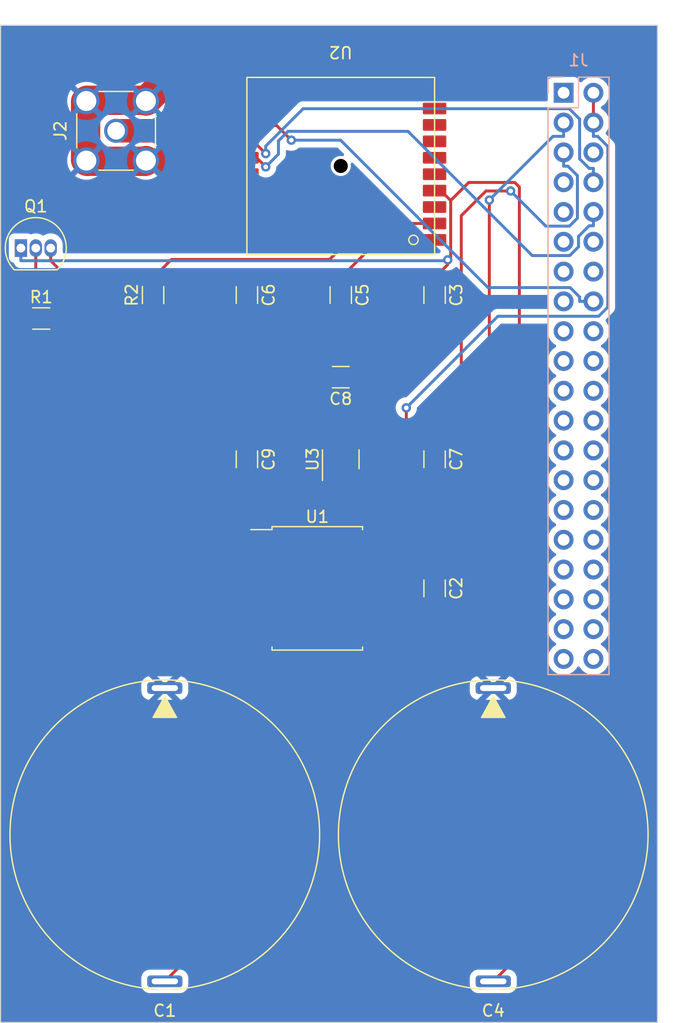
<source format=kicad_pcb>
(kicad_pcb (version 20221018) (generator pcbnew)
  (layers (0 "F.Cu" signal) (31 "B.Cu" signal) (34 "B.Paste" user) (35 "F.Paste" user) (36 "B.SilkS" user "B.Silkscreen") (37 "F.SilkS" user "F.Silkscreen") (38 "B.Mask" user) (39 "F.Mask" user) (44 "Edge.Cuts" user))
  (net 0 "")
  (net 1 "+3.3V")
  (net 2 "GND")
  (net 3 "+5V")
  (net 4 "Net-(U3-BP)")
  (net 6 "/RTC_SDA")
  (net 7 "/RTC_SCL")
  (net 9 "/GPS_RX")
  (net 11 "/GPS_TX")
  (net 17 "/GPS_PPS")
  (net 42 "/EXT_ANT")
  (net 43 "Net-(Q1-G)")
  (net 56 "Net-(Q1-S)")
  (net 57 "Net-(U2-NRESET)")
  (footprint "Capacitor_SMD:C_1206_3216Metric" (layer "F.Cu") (at 202 108 -90)
    (fp_text reference "C2" (at 0 -1.85 90) (layer "F.SilkS"))
    (fp_text value "0.1u")
    (fp_line (start -0.711252 -0.91) (end 0.711252 -0.91) (stroke (width 0.12)) (layer "F.SilkS"))
    (fp_line (start -0.711252 0.91) (end 0.711252 0.91) (stroke (width 0.12)) (layer "F.SilkS"))
    (pad "1" smd roundrect (at -1.475 0 270) (size 1.15 1.8) (layers "F.Cu" "F.Paste" "F.Mask") (roundrect_rratio 0.217391) (net 1 "+3.3V"))
    (pad "2" smd roundrect (at 1.475 0 270) (size 1.15 1.8) (layers "F.Cu" "F.Paste" "F.Mask") (roundrect_rratio 0.217391) (net 2 "GND"))
  )
  (footprint "Resistor_SMD:R_1206_3216Metric" (layer "F.Cu") (at 168.4625 85)
    (fp_text reference "R1" (at 0 -1.82) (layer "F.SilkS"))
    (fp_text value "10k")
    (fp_line (start -0.727064 -0.91) (end 0.727064 -0.91) (stroke (width 0.12)) (layer "F.SilkS"))
    (fp_line (start -0.727064 0.91) (end 0.727064 0.91) (stroke (width 0.12)) (layer "F.SilkS"))
    (pad "1" smd roundrect (at -1.4625 0) (size 1.125 1.75) (layers "F.Cu" "F.Paste" "F.Mask") (roundrect_rratio 0.222222) (net 43 "Net-(Q1-G)"))
    (pad "2" smd roundrect (at 1.4625 0) (size 1.125 1.75) (layers "F.Cu" "F.Paste" "F.Mask") (roundrect_rratio 0.222222) (net 1 "+3.3V"))
  )
  (footprint "GPS TCXO Hat:Type-H Supercapacitor" (layer "F.Cu") (at 207 129 90)
    (fp_text reference "C4" (at -15 0 unlocked) (layer "F.SilkS"))
    (fp_text value "4F")
    (fp_circle (center 0 0) (end 13.2 0) (stroke (width 0.12)) (fill none) (layer "F.SilkS"))
    (fp_poly (pts (xy 11.8 0) (xy 10 -1) (xy 10 1)) (stroke (width 0.12)) (fill solid) (layer "F.SilkS"))
    (pad "1" thru_hole roundrect (at -12.5 0 90) (size 1 3) (drill oval 0.5 2.25) (layers "*.Cu" "*.Mask") (net 56 "Net-(Q1-S)"))
    (pad "2" thru_hole roundrect (at 12.5 0 90) (size 1 3) (drill oval 0.5 2.25) (layers "*.Cu" "*.Mask") (net 2 "GND"))
  )
  (footprint "Capacitor_SMD:C_1206_3216Metric" (layer "F.Cu") (at 186 83 -90)
    (fp_text reference "C6" (at 0 -1.85 90) (layer "F.SilkS"))
    (fp_text value "1u")
    (fp_line (start -0.711252 -0.91) (end 0.711252 -0.91) (stroke (width 0.12)) (layer "F.SilkS"))
    (fp_line (start -0.711252 0.91) (end 0.711252 0.91) (stroke (width 0.12)) (layer "F.SilkS"))
    (pad "1" smd roundrect (at -1.475 0 270) (size 1.15 1.8) (layers "F.Cu" "F.Paste" "F.Mask") (roundrect_rratio 0.217391) (net 1 "+3.3V"))
    (pad "2" smd roundrect (at 1.475 0 270) (size 1.15 1.8) (layers "F.Cu" "F.Paste" "F.Mask") (roundrect_rratio 0.217391) (net 2 "GND"))
  )
  (footprint "Capacitor_SMD:C_1206_3216Metric" (layer "F.Cu") (at 202 97 -90)
    (fp_text reference "C7" (at 0 -1.85 90) (layer "F.SilkS"))
    (fp_text value "2.2n")
    (fp_line (start -0.711252 -0.91) (end 0.711252 -0.91) (stroke (width 0.12)) (layer "F.SilkS"))
    (fp_line (start -0.711252 0.91) (end 0.711252 0.91) (stroke (width 0.12)) (layer "F.SilkS"))
    (pad "1" smd roundrect (at -1.475 0 270) (size 1.15 1.8) (layers "F.Cu" "F.Paste" "F.Mask") (roundrect_rratio 0.217391) (net 3 "+5V"))
    (pad "2" smd roundrect (at 1.475 0 270) (size 1.15 1.8) (layers "F.Cu" "F.Paste" "F.Mask") (roundrect_rratio 0.217391) (net 2 "GND"))
  )
  (footprint "Connector_Coaxial:SMA_Amphenol_901-144_Vertical" (layer "F.Cu") (at 174.85 69 90)
    (fp_text reference "J2" (at 0 -4.75 90) (layer "F.SilkS"))
    (fp_text value "Conn_Coaxial")
    (fp_line (start -3.355 -1.45) (end -3.355 1.45) (stroke (width 0.12)) (layer "F.SilkS"))
    (fp_line (start -1.45 -3.355) (end 1.45 -3.355) (stroke (width 0.12)) (layer "F.SilkS"))
    (fp_line (start -1.45 3.355) (end 1.45 3.355) (stroke (width 0.12)) (layer "F.SilkS"))
    (fp_line (start 3.355 -1.45) (end 3.355 1.45) (stroke (width 0.12)) (layer "F.SilkS"))
    (pad "1" thru_hole circle (at 0 0 90) (size 2.05 2.05) (drill 1.5) (layers "*.Cu" "*.Mask") (net 42 "/EXT_ANT"))
    (pad "2" thru_hole circle (at -2.54 -2.54 90) (size 2.25 2.25) (drill 1.7) (layers "*.Cu" "*.Mask") (net 2 "GND"))
    (pad "2" thru_hole circle (at -2.54 2.54 90) (size 2.25 2.25) (drill 1.7) (layers "*.Cu" "*.Mask") (net 2 "GND"))
    (pad "2" thru_hole circle (at 2.54 -2.54 90) (size 2.25 2.25) (drill 1.7) (layers "*.Cu" "*.Mask") (net 2 "GND"))
    (pad "2" thru_hole circle (at 2.54 2.54 90) (size 2.25 2.25) (drill 1.7) (layers "*.Cu" "*.Mask") (net 2 "GND"))
  )
  (footprint "Capacitor_SMD:C_1206_3216Metric" (layer "F.Cu") (at 202 83 -90)
    (fp_text reference "C3" (at 0 -1.85 90) (layer "F.SilkS"))
    (fp_text value "1u")
    (fp_line (start -0.711252 -0.91) (end 0.711252 -0.91) (stroke (width 0.12)) (layer "F.SilkS"))
    (fp_line (start -0.711252 0.91) (end 0.711252 0.91) (stroke (width 0.12)) (layer "F.SilkS"))
    (pad "1" smd roundrect (at -1.475 0 270) (size 1.15 1.8) (layers "F.Cu" "F.Paste" "F.Mask") (roundrect_rratio 0.217391) (net 56 "Net-(Q1-S)"))
    (pad "2" smd roundrect (at 1.475 0 270) (size 1.15 1.8) (layers "F.Cu" "F.Paste" "F.Mask") (roundrect_rratio 0.217391) (net 2 "GND"))
  )
  (footprint "GPS TCXO Hat:Type-H Supercapacitor" (layer "F.Cu") (at 179 129 90)
    (fp_text reference "C1" (at -15 0 unlocked) (layer "F.SilkS"))
    (fp_text value "4F")
    (fp_circle (center 0 0) (end 13.2 0) (stroke (width 0.12)) (fill none) (layer "F.SilkS"))
    (fp_poly (pts (xy 11.8 0) (xy 10 -1) (xy 10 1)) (stroke (width 0.12)) (fill solid) (layer "F.SilkS"))
    (pad "1" thru_hole roundrect (at -12.5 0 90) (size 1 3) (drill oval 0.5 2.25) (layers "*.Cu" "*.Mask") (net 1 "+3.3V"))
    (pad "2" thru_hole roundrect (at 12.5 0 90) (size 1 3) (drill oval 0.5 2.25) (layers "*.Cu" "*.Mask") (net 2 "GND"))
  )
  (footprint "GPS TCXO Hat:PA1616D" (layer "F.Cu") (at 194 72 180)
    (fp_text reference "U2" (at 0 9.7 180 unlocked) (layer "F.SilkS"))
    (fp_text value "PA1616D")
    (fp_rect (start -8 -7.55) (end 8 7.55) (stroke (width 0.12)) (fill none) (layer "F.SilkS"))
    (fp_circle (center -6.2 -6.3) (end -6.2 -5.9) (stroke (width 0.12)) (fill none) (layer "F.SilkS"))
    (pad "" np_thru_hole circle (at 0 0 180) (size 1.2 1.2) (drill 1.2) (layers "*.Mask"))
    (pad "1" smd roundrect (at -8 -6.3 180) (size 2 1) (layers "F.Cu" "F.Paste" "F.Mask") (roundrect_rratio 0.1) (net 1 "+3.3V"))
    (pad "2" smd roundrect (at -8 -4.9 180) (size 2 1) (layers "F.Cu" "F.Paste" "F.Mask") (roundrect_rratio 0.1) (net 57 "Net-(U2-NRESET)"))
    (pad "3" smd roundrect (at -8 -3.5 180) (size 2 1) (layers "F.Cu" "F.Paste" "F.Mask") (roundrect_rratio 0.1) (net 2 "GND"))
    (pad "4" smd roundrect (at -8 -2.1 180) (size 2 1) (layers "F.Cu" "F.Paste" "F.Mask") (roundrect_rratio 0.1) (net 56 "Net-(Q1-S)"))
    (pad "5" smd roundrect (at -8 -0.7 180) (size 2 1) (layers "F.Cu" "F.Paste" "F.Mask") (roundrect_rratio 0.1))
    (pad "6" smd roundrect (at -8 0.7 180) (size 2 1) (layers "F.Cu" "F.Paste" "F.Mask") (roundrect_rratio 0.1))
    (pad "7" smd roundrect (at -8 2.1 180) (size 2 1) (layers "F.Cu" "F.Paste" "F.Mask") (roundrect_rratio 0.1))
    (pad "8" smd roundrect (at -8 3.5 180) (size 2 1) (layers "F.Cu" "F.Paste" "F.Mask") (roundrect_rratio 0.1) (net 2 "GND"))
    (pad "9" smd roundrect (at -8 4.9 180) (size 2 1) (layers "F.Cu" "F.Paste" "F.Mask") (roundrect_rratio 0.1))
    (pad "10" smd roundrect (at -8 6.3 180) (size 2 1) (layers "F.Cu" "F.Paste" "F.Mask") (roundrect_rratio 0.1))
    (pad "11" smd roundrect (at 8 6.3 180) (size 2 1) (layers "F.Cu" "F.Paste" "F.Mask") (roundrect_rratio 0.1) (net 42 "/EXT_ANT"))
    (pad "12" smd roundrect (at 8 4.9 180) (size 2 1) (layers "F.Cu" "F.Paste" "F.Mask") (roundrect_rratio 0.1) (net 2 "GND"))
    (pad "13" smd roundrect (at 8 3.5 180) (size 2 1) (layers "F.Cu" "F.Paste" "F.Mask") (roundrect_rratio 0.1) (net 17 "/GPS_PPS"))
    (pad "14" smd roundrect (at 8 2.1 180) (size 2 1) (layers "F.Cu" "F.Paste" "F.Mask") (roundrect_rratio 0.1) (net 9 "/GPS_RX"))
    (pad "15" smd roundrect (at 8 0.7 180) (size 2 1) (layers "F.Cu" "F.Paste" "F.Mask") (roundrect_rratio 0.1) (net 11 "/GPS_TX"))
    (pad "16" smd roundrect (at 8 -0.7 180) (size 2 1) (layers "F.Cu" "F.Paste" "F.Mask") (roundrect_rratio 0.1))
    (pad "17" smd roundrect (at 8 -2.1 180) (size 2 1) (layers "F.Cu" "F.Paste" "F.Mask") (roundrect_rratio 0.1))
    (pad "18" smd roundrect (at 8 -3.5 180) (size 2 1) (layers "F.Cu" "F.Paste" "F.Mask") (roundrect_rratio 0.1))
    (pad "19" smd roundrect (at 8 -4.9 180) (size 2 1) (layers "F.Cu" "F.Paste" "F.Mask") (roundrect_rratio 0.1) (net 2 "GND"))
    (pad "20" smd roundrect (at 8 -6.3 180) (size 2 1) (layers "F.Cu" "F.Paste" "F.Mask") (roundrect_rratio 0.1))
  )
  (footprint "Capacitor_SMD:C_1206_3216Metric" (layer "F.Cu") (at 186 97 -90)
    (fp_text reference "C9" (at 0 -1.85 90) (layer "F.SilkS"))
    (fp_text value "1u")
    (fp_line (start -0.711252 -0.91) (end 0.711252 -0.91) (stroke (width 0.12)) (layer "F.SilkS"))
    (fp_line (start -0.711252 0.91) (end 0.711252 0.91) (stroke (width 0.12)) (layer "F.SilkS"))
    (pad "1" smd roundrect (at -1.475 0 270) (size 1.15 1.8) (layers "F.Cu" "F.Paste" "F.Mask") (roundrect_rratio 0.217391) (net 1 "+3.3V"))
    (pad "2" smd roundrect (at 1.475 0 270) (size 1.15 1.8) (layers "F.Cu" "F.Paste" "F.Mask") (roundrect_rratio 0.217391) (net 2 "GND"))
  )
  (footprint "Capacitor_SMD:C_1206_3216Metric" (layer "F.Cu") (at 194 90 180)
    (fp_text reference "C8" (at 0 -1.85) (layer "F.SilkS"))
    (fp_text value "22n")
    (fp_line (start -0.711252 -0.91) (end 0.711252 -0.91) (stroke (width 0.12)) (layer "F.SilkS"))
    (fp_line (start -0.711252 0.91) (end 0.711252 0.91) (stroke (width 0.12)) (layer "F.SilkS"))
    (pad "1" smd roundrect (at -1.475 0 180) (size 1.15 1.8) (layers "F.Cu" "F.Paste" "F.Mask") (roundrect_rratio 0.217391) (net 4 "Net-(U3-BP)"))
    (pad "2" smd roundrect (at 1.475 0 180) (size 1.15 1.8) (layers "F.Cu" "F.Paste" "F.Mask") (roundrect_rratio 0.217391) (net 2 "GND"))
  )
  (footprint "Resistor_SMD:R_1206_3216Metric" (layer "F.Cu") (at 178 83 90)
    (fp_text reference "R2" (at 0 -1.82 90) (layer "F.SilkS"))
    (fp_text value "10k")
    (fp_line (start -0.727064 -0.91) (end 0.727064 -0.91) (stroke (width 0.12)) (layer "F.SilkS"))
    (fp_line (start -0.727064 0.91) (end 0.727064 0.91) (stroke (width 0.12)) (layer "F.SilkS"))
    (pad "1" smd roundrect (at -1.4625 0 90) (size 1.125 1.75) (layers "F.Cu" "F.Paste" "F.Mask") (roundrect_rratio 0.222222) (net 1 "+3.3V"))
    (pad "2" smd roundrect (at 1.4625 0 90) (size 1.125 1.75) (layers "F.Cu" "F.Paste" "F.Mask") (roundrect_rratio 0.222222) (net 57 "Net-(U2-NRESET)"))
  )
  (footprint "Package_SO:SOIC-16W_7.5x10.3mm_P1.27mm" (layer "F.Cu") (at 192 108)
    (fp_text reference "U1" (at 0 -6.1) (layer "F.SilkS"))
    (fp_text value "DS3231SN")
    (fp_line (start -3.86 -5.26) (end -3.86 -5.005) (stroke (width 0.12)) (layer "F.SilkS"))
    (fp_line (start -3.86 -5.005) (end -5.675 -5.005) (stroke (width 0.12)) (layer "F.SilkS"))
    (fp_line (start -3.86 5.26) (end -3.86 5.005) (stroke (width 0.12)) (layer "F.SilkS"))
    (fp_line (start 0 -5.26) (end -3.86 -5.26) (stroke (width 0.12)) (layer "F.SilkS"))
    (fp_line (start 0 -5.26) (end 3.86 -5.26) (stroke (width 0.12)) (layer "F.SilkS"))
    (fp_line (start 0 5.26) (end -3.86 5.26) (stroke (width 0.12)) (layer "F.SilkS"))
    (fp_line (start 0 5.26) (end 3.86 5.26) (stroke (width 0.12)) (layer "F.SilkS"))
    (fp_line (start 3.86 -5.26) (end 3.86 -5.005) (stroke (width 0.12)) (layer "F.SilkS"))
    (fp_line (start 3.86 5.26) (end 3.86 5.005) (stroke (width 0.12)) (layer "F.SilkS"))
    (pad "1" smd roundrect (at -4.65 -4.445) (size 2.05 0.6) (layers "F.Cu" "F.Paste" "F.Mask"))
    (pad "2" smd roundrect (at -4.65 -3.175) (size 2.05 0.6) (layers "F.Cu" "F.Paste" "F.Mask") (net 2 "GND"))
    (pad "3" smd roundrect (at -4.65 -1.905) (size 2.05 0.6) (layers "F.Cu" "F.Paste" "F.Mask"))
    (pad "4" smd roundrect (at -4.65 -0.635) (size 2.05 0.6) (layers "F.Cu" "F.Paste" "F.Mask"))
    (pad "5" smd roundrect (at -4.65 0.635) (size 2.05 0.6) (layers "F.Cu" "F.Paste" "F.Mask") (net 2 "GND"))
    (pad "6" smd roundrect (at -4.65 1.905) (size 2.05 0.6) (layers "F.Cu" "F.Paste" "F.Mask") (net 2 "GND"))
    (pad "7" smd roundrect (at -4.65 3.175) (size 2.05 0.6) (layers "F.Cu" "F.Paste" "F.Mask") (net 2 "GND"))
    (pad "8" smd roundrect (at -4.65 4.445) (size 2.05 0.6) (layers "F.Cu" "F.Paste" "F.Mask") (net 2 "GND"))
    (pad "9" smd roundrect (at 4.65 4.445) (size 2.05 0.6) (layers "F.Cu" "F.Paste" "F.Mask") (net 2 "GND"))
    (pad "10" smd roundrect (at 4.65 3.175) (size 2.05 0.6) (layers "F.Cu" "F.Paste" "F.Mask") (net 2 "GND"))
    (pad "11" smd roundrect (at 4.65 1.905) (size 2.05 0.6) (layers "F.Cu" "F.Paste" "F.Mask") (net 2 "GND"))
    (pad "12" smd roundrect (at 4.65 0.635) (size 2.05 0.6) (layers "F.Cu" "F.Paste" "F.Mask") (net 2 "GND"))
    (pad "13" smd roundrect (at 4.65 -0.635) (size 2.05 0.6) (layers "F.Cu" "F.Paste" "F.Mask") (net 2 "GND"))
    (pad "14" smd roundrect (at 4.65 -1.905) (size 2.05 0.6) (layers "F.Cu" "F.Paste" "F.Mask") (net 1 "+3.3V"))
    (pad "15" smd roundrect (at 4.65 -3.175) (size 2.05 0.6) (layers "F.Cu" "F.Paste" "F.Mask") (net 6 "/RTC_SDA"))
    (pad "16" smd roundrect (at 4.65 -4.445) (size 2.05 0.6) (layers "F.Cu" "F.Paste" "F.Mask") (net 7 "/RTC_SCL"))
  )
  (footprint "Capacitor_SMD:C_1206_3216Metric" (layer "F.Cu") (at 194 83 -90)
    (fp_text reference "C5" (at 0 -1.85 90) (layer "F.SilkS"))
    (fp_text value "0.1u")
    (fp_line (start -0.711252 -0.91) (end 0.711252 -0.91) (stroke (width 0.12)) (layer "F.SilkS"))
    (fp_line (start -0.711252 0.91) (end 0.711252 0.91) (stroke (width 0.12)) (layer "F.SilkS"))
    (pad "1" smd roundrect (at -1.475 0 270) (size 1.15 1.8) (layers "F.Cu" "F.Paste" "F.Mask") (roundrect_rratio 0.217391) (net 1 "+3.3V"))
    (pad "2" smd roundrect (at 1.475 0 270) (size 1.15 1.8) (layers "F.Cu" "F.Paste" "F.Mask") (roundrect_rratio 0.217391) (net 2 "GND"))
  )
  (footprint "Package_TO_SOT_SMD:SOT-23-5" (layer "F.Cu") (at 194 97 90)
    (fp_text reference "U3" (at 0 -2.4 90) (layer "F.SilkS"))
    (fp_text value "RT9193-33BG")
    (fp_line (start 0 -1.56) (end -1.8 -1.56) (stroke (width 0.12)) (layer "F.SilkS"))
    (fp_line (start 0 -1.56) (end 0.8 -1.56) (stroke (width 0.12)) (layer "F.SilkS"))
    (fp_line (start 0 1.56) (end -0.8 1.56) (stroke (width 0.12)) (layer "F.SilkS"))
    (fp_line (start 0 1.56) (end 0.8 1.56) (stroke (width 0.12)) (layer "F.SilkS"))
    (pad "1" smd roundrect (at -1.1375 -0.95 90) (size 1.325 0.6) (layers "F.Cu" "F.Paste" "F.Mask") (net 3 "+5V"))
    (pad "2" smd roundrect (at -1.1375 0 90) (size 1.325 0.6) (layers "F.Cu" "F.Paste" "F.Mask") (net 2 "GND"))
    (pad "3" smd roundrect (at -1.1375 0.95 90) (size 1.325 0.6) (layers "F.Cu" "F.Paste" "F.Mask") (net 3 "+5V"))
    (pad "4" smd roundrect (at 1.1375 0.95 90) (size 1.325 0.6) (layers "F.Cu" "F.Paste" "F.Mask") (net 4 "Net-(U3-BP)"))
    (pad "5" smd roundrect (at 1.1375 -0.95 90) (size 1.325 0.6) (layers "F.Cu" "F.Paste" "F.Mask") (net 1 "+3.3V"))
  )
  (footprint "Package_TO_SOT_THT:TO-92_Inline" (layer "F.Cu") (at 166.73 79)
    (fp_text reference "Q1" (at 1.27 -3.56) (layer "F.SilkS"))
    (fp_text value "2N7000")
    (fp_line (start -0.53 1.85) (end 3.07 1.85) (stroke (width 0.12)) (layer "F.SilkS"))
    (fp_arc (start -0.568478 1.838478) (mid -1.132087 -0.994977) (end 1.27 -2.6) (stroke (width 0.12)) (layer "F.SilkS"))
    (fp_arc (start 1.27 -2.6) (mid 3.672087 -0.994977) (end 3.108478 1.838478) (stroke (width 0.12)) (layer "F.SilkS"))
    (pad "1" thru_hole rect (at 0 0) (size 1.05 1.5) (drill 0.75) (layers "*.Cu" "*.Mask") (net 56 "Net-(Q1-S)"))
    (pad "2" thru_hole oval (at 1.27 0) (size 1.05 1.5) (drill 0.75) (layers "*.Cu" "*.Mask") (net 43 "Net-(Q1-G)"))
    (pad "3" thru_hole oval (at 2.54 0) (size 1.05 1.5) (drill 0.75) (layers "*.Cu" "*.Mask") (net 1 "+3.3V"))
  )
  (footprint "Connector_PinSocket_2.54mm:PinSocket_2x20_P2.54mm_Vertical" (layer "B.Cu") (at 213 65.76 180)
    (fp_text reference "J1" (at -1.27 2.77) (layer "B.SilkS") (effects (justify mirror)))
    (fp_text value "Conn_02x20_Odd_Even")
    (fp_line (start -3.87 -49.59) (end 1.33 -49.59) (stroke (width 0.12)) (layer "B.SilkS"))
    (fp_line (start -3.87 1.33) (end -3.87 -49.59) (stroke (width 0.12)) (layer "B.SilkS"))
    (fp_line (start -3.87 1.33) (end -1.27 1.33) (stroke (width 0.12)) (layer "B.SilkS"))
    (fp_line (start -1.27 -1.27) (end 1.33 -1.27) (stroke (width 0.12)) (layer "B.SilkS"))
    (fp_line (start -1.27 1.33) (end -1.27 -1.27) (stroke (width 0.12)) (layer "B.SilkS"))
    (fp_line (start 0 1.33) (end 1.33 1.33) (stroke (width 0.12)) (layer "B.SilkS"))
    (fp_line (start 1.33 -1.27) (end 1.33 -49.59) (stroke (width 0.12)) (layer "B.SilkS"))
    (fp_line (start 1.33 1.33) (end 1.33 0) (stroke (width 0.12)) (layer "B.SilkS"))
    (pad "1" thru_hole rect (at 0 0 180) (size 1.7 1.7) (drill 1) (layers "*.Cu" "*.Mask"))
    (pad "2" thru_hole oval (at -2.54 0 180) (size 1.7 1.7) (drill 1) (layers "*.Cu" "*.Mask") (net 3 "+5V"))
    (pad "3" thru_hole oval (at 0 -2.54 180) (size 1.7 1.7) (drill 1) (layers "*.Cu" "*.Mask") (net 6 "/RTC_SDA"))
    (pad "4" thru_hole oval (at -2.54 -2.54 180) (size 1.7 1.7) (drill 1) (layers "*.Cu" "*.Mask") (net 3 "+5V"))
    (pad "5" thru_hole oval (at 0 -5.08 180) (size 1.7 1.7) (drill 1) (layers "*.Cu" "*.Mask") (net 7 "/RTC_SCL"))
    (pad "6" thru_hole oval (at -2.54 -5.08 180) (size 1.7 1.7) (drill 1) (layers "*.Cu" "*.Mask") (net 2 "GND"))
    (pad "7" thru_hole oval (at 0 -7.62 180) (size 1.7 1.7) (drill 1) (layers "*.Cu" "*.Mask"))
    (pad "8" thru_hole oval (at -2.54 -7.62 180) (size 1.7 1.7) (drill 1) (layers "*.Cu" "*.Mask") (net 9 "/GPS_RX"))
    (pad "9" thru_hole oval (at 0 -10.16 180) (size 1.7 1.7) (drill 1) (layers "*.Cu" "*.Mask"))
    (pad "10" thru_hole oval (at -2.54 -10.16 180) (size 1.7 1.7) (drill 1) (layers "*.Cu" "*.Mask") (net 11 "/GPS_TX"))
    (pad "11" thru_hole oval (at 0 -12.7 180) (size 1.7 1.7) (drill 1) (layers "*.Cu" "*.Mask"))
    (pad "12" thru_hole oval (at -2.54 -12.7 180) (size 1.7 1.7) (drill 1) (layers "*.Cu" "*.Mask"))
    (pad "13" thru_hole oval (at 0 -15.24 180) (size 1.7 1.7) (drill 1) (layers "*.Cu" "*.Mask"))
    (pad "14" thru_hole oval (at -2.54 -15.24 180) (size 1.7 1.7) (drill 1) (layers "*.Cu" "*.Mask"))
    (pad "15" thru_hole oval (at 0 -17.78 180) (size 1.7 1.7) (drill 1) (layers "*.Cu" "*.Mask"))
    (pad "16" thru_hole oval (at -2.54 -17.78 180) (size 1.7 1.7) (drill 1) (layers "*.Cu" "*.Mask") (net 17 "/GPS_PPS"))
    (pad "17" thru_hole oval (at 0 -20.32 180) (size 1.7 1.7) (drill 1) (layers "*.Cu" "*.Mask"))
    (pad "18" thru_hole oval (at -2.54 -20.32 180) (size 1.7 1.7) (drill 1) (layers "*.Cu" "*.Mask"))
    (pad "19" thru_hole oval (at 0 -22.86 180) (size 1.7 1.7) (drill 1) (layers "*.Cu" "*.Mask"))
    (pad "20" thru_hole oval (at -2.54 -22.86 180) (size 1.7 1.7) (drill 1) (layers "*.Cu" "*.Mask"))
    (pad "21" thru_hole oval (at 0 -25.4 180) (size 1.7 1.7) (drill 1) (layers "*.Cu" "*.Mask"))
    (pad "22" thru_hole oval (at -2.54 -25.4 180) (size 1.7 1.7) (drill 1) (layers "*.Cu" "*.Mask"))
    (pad "23" thru_hole oval (at 0 -27.94 180) (size 1.7 1.7) (drill 1) (layers "*.Cu" "*.Mask"))
    (pad "24" thru_hole oval (at -2.54 -27.94 180) (size 1.7 1.7) (drill 1) (layers "*.Cu" "*.Mask"))
    (pad "25" thru_hole oval (at 0 -30.48 180) (size 1.7 1.7) (drill 1) (layers "*.Cu" "*.Mask"))
    (pad "26" thru_hole oval (at -2.54 -30.48 180) (size 1.7 1.7) (drill 1) (layers "*.Cu" "*.Mask"))
    (pad "27" thru_hole oval (at 0 -33.02 180) (size 1.7 1.7) (drill 1) (layers "*.Cu" "*.Mask"))
    (pad "28" thru_hole oval (at -2.54 -33.02 180) (size 1.7 1.7) (drill 1) (layers "*.Cu" "*.Mask"))
    (pad "29" thru_hole oval (at 0 -35.56 180) (size 1.7 1.7) (drill 1) (layers "*.Cu" "*.Mask"))
    (pad "30" thru_hole oval (at -2.54 -35.56 180) (size 1.7 1.7) (drill 1) (layers "*.Cu" "*.Mask"))
    (pad "31" thru_hole oval (at 0 -38.1 180) (size 1.7 1.7) (drill 1) (layers "*.Cu" "*.Mask"))
    (pad "32" thru_hole oval (at -2.54 -38.1 180) (size 1.7 1.7) (drill 1) (layers "*.Cu" "*.Mask"))
    (pad "33" thru_hole oval (at 0 -40.64 180) (size 1.7 1.7) (drill 1) (layers "*.Cu" "*.Mask"))
    (pad "34" thru_hole oval (at -2.54 -40.64 180) (size 1.7 1.7) (drill 1) (layers "*.Cu" "*.Mask"))
    (pad "35" thru_hole oval (at 0 -43.18 180) (size 1.7 1.7) (drill 1) (layers "*.Cu" "*.Mask"))
    (pad "36" thru_hole oval (at -2.54 -43.18 180) (size 1.7 1.7) (drill 1) (layers "*.Cu" "*.Mask"))
    (pad "37" thru_hole oval (at 0 -45.72 180) (size 1.7 1.7) (drill 1) (layers "*.Cu" "*.Mask"))
    (pad "38" thru_hole oval (at -2.54 -45.72 180) (size 1.7 1.7) (drill 1) (layers "*.Cu" "*.Mask"))
    (pad "39" thru_hole oval (at 0 -48.26 180) (size 1.7 1.7) (drill 1) (layers "*.Cu" "*.Mask"))
    (pad "40" thru_hole oval (at -2.54 -48.26 180) (size 1.7 1.7) (drill 1) (layers "*.Cu" "*.Mask"))
  )
  (gr_rect (start 165 60) (end 221 145) (stroke (width 0.1)) (fill none) (layer "Edge.Cuts"))
  (segment (start 186 95.525) (end 188.3674 95.525) (width 0.25) (layer "F.Cu") (net 1))
  (segment (start 169.925 85) (end 177.4625 85) (width 0.25) (layer "F.Cu") (net 1))
  (segment (start 192.7705 88.0856) (end 193.4482 88.7633) (width 0.25) (layer "F.Cu") (net 1))
  (segment (start 169.27 80.0751) (end 169.925 80.7301) (width 0.25) (layer "F.Cu") (net 1))
  (segment (start 178 84.4625) (end 183.0625 84.4625) (width 0.25) (layer "F.Cu") (net 1))
  (segment (start 197.08 106.525) (end 196.65 106.095) (width 0.25) (layer "F.Cu") (net 1))
  (segment (start 169.925 80.7301) (end 169.925 85) (width 0.25) (layer "F.Cu") (net 1))
  (segment (start 193.4482 95.4643) (end 193.05 95.8625) (width 0.25) (layer "F.Cu") (net 1))
  (segment (start 188.7049 95.8625) (end 188.7049 131.7951) (width 0.25) (layer "F.Cu") (net 1))
  (segment (start 192.408 102.3181) (end 192.408 95.8625) (width 0.25) (layer "F.Cu") (net 1))
  (segment (start 192.408 95.8625) (end 193.05 95.8625) (width 0.25) (layer "F.Cu") (net 1))
  (segment (start 188.3674 95.525) (end 188.7049 95.8625) (width 0.25) (layer "F.Cu") (net 1))
  (segment (start 193.4482 88.7633) (end 193.4482 95.4643) (width 0.25) (layer "F.Cu") (net 1))
  (segment (start 169.27 79) (end 169.27 80.0751) (width 0.25) (layer "F.Cu") (net 1))
  (segment (start 188.7049 131.7951) (end 179 141.5) (width 0.25) (layer "F.Cu") (net 1))
  (segment (start 197.225 78.3) (end 194 81.525) (width 0.25) (layer "F.Cu") (net 1))
  (segment (start 192.408 95.8625) (end 188.7049 95.8625) (width 0.25) (layer "F.Cu") (net 1))
  (segment (start 183.0625 84.4625) (end 186 81.525) (width 0.25) (layer "F.Cu") (net 1))
  (segment (start 196.1849 106.095) (end 192.408 102.3181) (width 0.25) (layer "F.Cu") (net 1))
  (segment (start 186.6147 82.1397) (end 186 81.525) (width 0.25) (layer "F.Cu") (net 1))
  (segment (start 196.65 106.095) (end 196.1849 106.095) (width 0.25) (layer "F.Cu") (net 1))
  (segment (start 192.7705 82.1397) (end 186.6147 82.1397) (width 0.25) (layer "F.Cu") (net 1))
  (segment (start 202 78.3) (end 197.225 78.3) (width 0.25) (layer "F.Cu") (net 1))
  (segment (start 193.3853 82.1397) (end 192.7705 82.1397) (width 0.25) (layer "F.Cu") (net 1))
  (segment (start 202 106.525) (end 197.08 106.525) (width 0.25) (layer "F.Cu") (net 1))
  (segment (start 194 81.525) (end 193.3853 82.1397) (width 0.25) (layer "F.Cu") (net 1))
  (segment (start 192.7705 82.1397) (end 192.7705 88.0856) (width 0.25) (layer "F.Cu") (net 1))
  (segment (start 177.4625 85) (end 178 84.4625) (width 0.25) (layer "F.Cu") (net 1))
  (segment (start 188.092 67.1) (end 186 67.1) (width 1) (layer "F.Cu") (net 2))
  (segment (start 172.37 71.6) (end 177.33 71.6) (width 2.5) (layer "F.Cu") (net 2))
  (segment (start 177.33 66.4) (end 177.39 66.46) (width 2.5) (layer "F.Cu") (net 2))
  (segment (start 172.31 71.54) (end 172.37 71.6) (width 2.5) (layer "F.Cu") (net 2))
  (segment (start 186.792 63) (end 188.45 64.658) (width 2.5) (layer "F.Cu") (net 2))
  (segment (start 172.25 66.52) (end 172.25 71.48) (width 2.5) (layer "F.Cu") (net 2))
  (segment (start 184.008 68) (end 184 68) (width 1) (layer "F.Cu") (net 2))
  (segment (start 188.45 64.658) (end 188.45 66.742) (width 2.5) (layer "F.Cu") (net 2))
  (segment (start 186 67.1) (end 184.908 67.1) (width 1) (layer "F.Cu") (net 2))
  (segment (start 183 69) (end 180.46 71.54) (width 2) (layer "F.Cu") (net 2))
  (segment (start 188.45 66.742) (end 188.35 66.842) (width 2.5) (layer "F.Cu") (net 2))
  (segment (start 184 68) (end 183 69) (width 1.5) (layer "F.Cu") (net 2))
  (segment (start 172.31 66.46) (end 172.37 66.4) (width 2.5) (layer "F.Cu") (net 2))
  (segment (start 172.25 71.48) (end 172.31 71.54) (width 2.5) (layer "F.Cu") (net 2))
  (segment (start 172.31 66.46) (end 172.25 66.52) (width 2.5) (layer "F.Cu") (net 2))
  (segment (start 172.37 66.4) (end 177.33 66.4) (width 2.5) (layer "F.Cu") (net 2))
  (segment (start 177.33 71.6) (end 177.39 71.54) (width 2.5) (layer "F.Cu") (net 2))
  (segment (start 188.35 66.842) (end 188.092 67.1) (width 1) (layer "F.Cu") (net 2))
  (segment (start 184.908 67.1) (end 184.008 68) (width 1) (layer "F.Cu") (net 2))
  (segment (start 180.46 71.54) (end 177.39 71.54) (width 2) (layer "F.Cu") (net 2))
  (segment (start 177.39 66.46) (end 180.85 63) (width 2.5) (layer "F.Cu") (net 2))
  (segment (start 180.85 63) (end 186.792 63) (width 2.5) (layer "F.Cu") (net 2))
  (segment (start 193.6614 97.1174) (end 194.3183 97.1174) (width 0.25) (layer "F.Cu") (net 3))
  (segment (start 193.05 98.1375) (end 193.05 97.7288) (width 0.25) (layer "F.Cu") (net 3))
  (segment (start 194.3183 97.1174) (end 194.95 97.7491) (width 0.25) (layer "F.Cu") (net 3))
  (segment (start 193.05 97.7288) (end 193.6614 97.1174) (width 0.25) (layer "F.Cu") (net 3))
  (segment (start 202 95.525) (end 199.5871 95.525) (width 0.25) (layer "F.Cu") (net 3))
  (segment (start 215.54 68.3) (end 215.54 65.76) (width 0.25) (layer "F.Cu") (net 3))
  (segment (start 199.5871 95.525) (end 199.5871 92.6157) (width 0.25) (layer "F.Cu") (net 3))
  (segment (start 197.1741 95.525) (end 194.95 97.7491) (width 0.25) (layer "F.Cu") (net 3))
  (segment (start 199.5871 95.525) (end 197.1741 95.525) (width 0.25) (layer "F.Cu") (net 3))
  (segment (start 194.95 97.7491) (end 194.95 98.1375) (width 0.25) (layer "F.Cu") (net 3))
  (via (at 199.5871 92.6157) (size 0.8) (drill 0.4) (layers "F.Cu" "B.Cu") (net 3))
  (segment (start 215.54 68.3) (end 215.54 69.4751) (width 0.25) (layer "B.Cu") (net 3))
  (segment (start 216.7638 70.3317) (end 216.7638 84.0331) (width 0.25) (layer "B.Cu") (net 3))
  (segment (start 215.9869 84.81) (end 207.3928 84.81) (width 0.25) (layer "B.Cu") (net 3))
  (segment (start 215.54 69.4751) (end 215.9072 69.4751) (width 0.25) (layer "B.Cu") (net 3))
  (segment (start 207.3928 84.81) (end 199.5871 92.6157) (width 0.25) (layer "B.Cu") (net 3))
  (segment (start 216.7638 84.0331) (end 215.9869 84.81) (width 0.25) (layer "B.Cu") (net 3))
  (segment (start 215.9072 69.4751) (end 216.7638 70.3317) (width 0.25) (layer "B.Cu") (net 3))
  (segment (start 194.95 90.525) (end 194.95 95.8625) (width 0.25) (layer "F.Cu") (net 4))
  (segment (start 195.475 90) (end 194.95 90.525) (width 0.25) (layer "F.Cu") (net 4))
  (segment (start 206.6655 95.6081) (end 197.4486 104.825) (width 0.25) (layer "F.Cu") (net 6))
  (segment (start 206.6655 74.9019) (end 206.6655 95.6081) (width 0.25) (layer "F.Cu") (net 6))
  (segment (start 197.4486 104.825) (end 196.65 104.825) (width 0.25) (layer "F.Cu") (net 6))
  (via (at 206.6655 74.9019) (size 0.8) (drill 0.4) (layers "F.Cu" "B.Cu") (net 6))
  (segment (start 212.0923 69.4751) (end 206.6655 74.9019) (width 0.25) (layer "B.Cu") (net 6))
  (segment (start 213 69.4751) (end 212.0923 69.4751) (width 0.25) (layer "B.Cu") (net 6))
  (segment (start 213 68.3) (end 213 69.4751) (width 0.25) (layer "B.Cu") (net 6))
  (segment (start 202.3152 97) (end 201.6408 97) (width 0.25) (layer "F.Cu") (net 7))
  (segment (start 196.65 101.9908) (end 196.65 103.555) (width 0.25) (layer "F.Cu") (net 7))
  (segment (start 206.38 74.1307) (end 204.2748 76.2359) (width 0.25) (layer "F.Cu") (net 7))
  (segment (start 204.2748 76.2359) (end 204.2748 95.0404) (width 0.25) (layer "F.Cu") (net 7))
  (segment (start 208.4827 74.1307) (end 206.38 74.1307) (width 0.25) (layer "F.Cu") (net 7))
  (segment (start 201.6408 97) (end 196.65 101.9908) (width 0.25) (layer "F.Cu") (net 7))
  (segment (start 204.2748 95.0404) (end 202.3152 97) (width 0.25) (layer "F.Cu") (net 7))
  (via (at 208.4827 74.1307) (size 0.8) (drill 0.4) (layers "F.Cu" "B.Cu") (net 7))
  (segment (start 213.4949 77.126) (end 211.478 77.126) (width 0.25) (layer "B.Cu") (net 7))
  (segment (start 214.1752 76.4457) (end 213.4949 77.126) (width 0.25) (layer "B.Cu") (net 7))
  (segment (start 213.3672 72.0151) (end 214.1752 72.8231) (width 0.25) (layer "B.Cu") (net 7))
  (segment (start 214.1752 72.8231) (end 214.1752 76.4457) (width 0.25) (layer "B.Cu") (net 7))
  (segment (start 213 70.84) (end 213 72.0151) (width 0.25) (layer "B.Cu") (net 7))
  (segment (start 213 72.0151) (end 213.3672 72.0151) (width 0.25) (layer "B.Cu") (net 7))
  (segment (start 211.478 77.126) (end 208.4827 74.1307) (width 0.25) (layer "B.Cu") (net 7))
  (segment (start 187.603 70.9457) (end 186.5573 69.9) (width 0.25) (layer "F.Cu") (net 9))
  (segment (start 186.5573 69.9) (end 186 69.9) (width 0.25) (layer "F.Cu") (net 9))
  (via (at 187.603 70.9457) (size 0.8) (drill 0.4) (layers "F.Cu" "B.Cu") (net 9))
  (segment (start 214.3649 68) (end 213.482 67.1171) (width 0.25) (layer "B.Cu") (net 9))
  (segment (start 213.482 67.1171) (end 190.795 67.1171) (width 0.25) (layer "B.Cu") (net 9))
  (segment (start 190.795 67.1171) (end 187.603 70.3091) (width 0.25) (layer "B.Cu") (net 9))
  (segment (start 215.1727 72.2049) (end 214.3649 71.3971) (width 0.25) (layer "B.Cu") (net 9))
  (segment (start 187.603 70.3091) (end 187.603 70.9457) (width 0.25) (layer "B.Cu") (net 9))
  (segment (start 215.54 72.2049) (end 215.1727 72.2049) (width 0.25) (layer "B.Cu") (net 9))
  (segment (start 215.54 73.38) (end 215.54 72.2049) (width 0.25) (layer "B.Cu") (net 9))
  (segment (start 214.3649 71.3971) (end 214.3649 68) (width 0.25) (layer "B.Cu") (net 9))
  (segment (start 186 71.3) (end 186.8304 71.3) (width 0.25) (layer "F.Cu") (net 11))
  (segment (start 186.8304 71.3) (end 187.6042 72.0738) (width 0.25) (layer "F.Cu") (net 11))
  (via (at 187.6042 72.0738) (size 0.8) (drill 0.4) (layers "F.Cu" "B.Cu") (net 11))
  (segment (start 214.27 78.8909) (end 214.27 77.9998) (width 0.25) (layer "B.Cu") (net 11))
  (segment (start 215.1747 77.0951) (end 215.54 77.0951) (width 0.25) (layer "B.Cu") (net 11))
  (segment (start 210.321 79.6352) (end 213.5257 79.6352) (width 0.25) (layer "B.Cu") (net 11))
  (segment (start 213.5257 79.6352) (end 214.27 78.8909) (width 0.25) (layer "B.Cu") (net 11))
  (segment (start 215.54 75.92) (end 215.54 77.0951) (width 0.25) (layer "B.Cu") (net 11))
  (segment (start 188.6885 69.8602) (end 189.5014 69.0473) (width 0.25) (layer "B.Cu") (net 11))
  (segment (start 189.5014 69.0473) (end 199.7331 69.0473) (width 0.25) (layer "B.Cu") (net 11))
  (segment (start 188.6885 70.9895) (end 188.6885 69.8602) (width 0.25) (layer "B.Cu") (net 11))
  (segment (start 199.7331 69.0473) (end 210.321 79.6352) (width 0.25) (layer "B.Cu") (net 11))
  (segment (start 214.27 77.9998) (end 215.1747 77.0951) (width 0.25) (layer "B.Cu") (net 11))
  (segment (start 187.6042 72.0738) (end 188.6885 70.9895) (width 0.25) (layer "B.Cu") (net 11))
  (segment (start 188.5408 68.5562) (end 186.056 68.5562) (width 0.25) (layer "F.Cu") (net 17))
  (segment (start 186.056 68.5562) (end 186 68.5) (width 0.5) (layer "F.Cu") (net 17))
  (segment (start 189.7845 69.7999) (end 188.5408 68.5562) (width 0.25) (layer "F.Cu") (net 17))
  (via (at 189.7845 69.7999) (size 0.8) (drill 0.4) (layers "F.Cu" "B.Cu") (net 17))
  (segment (start 189.7845 69.7999) (end 193.9864 69.7999) (width 0.25) (layer "B.Cu") (net 17))
  (segment (start 213.5571 82.3649) (end 214.3649 83.1727) (width 0.25) (layer "B.Cu") (net 17))
  (segment (start 206.5514 82.3649) (end 213.5571 82.3649) (width 0.25) (layer "B.Cu") (net 17))
  (segment (start 214.3649 83.1727) (end 214.3649 83.54) (width 0.25) (layer "B.Cu") (net 17))
  (segment (start 215.54 83.54) (end 214.3649 83.54) (width 0.25) (layer "B.Cu") (net 17))
  (segment (start 193.9864 69.7999) (end 206.5514 82.3649) (width 0.25) (layer "B.Cu") (net 17))
  (segment (start 179 69) (end 182.3 65.7) (width 2.5) (layer "F.Cu") (net 42))
  (segment (start 186 65.7) (end 183.55 65.7) (width 1) (layer "F.Cu") (net 42))
  (segment (start 182.3 65.7) (end 183.55 65.7) (width 2.5) (layer "F.Cu") (net 42))
  (segment (start 179 69) (end 174.85 69) (width 2) (layer "F.Cu") (net 42))
  (segment (start 168 79) (end 168 84) (width 0.25) (layer "F.Cu") (net 43))
  (segment (start 168 84) (end 167 85) (width 0.25) (layer "F.Cu") (net 43))
  (segment (start 209.226 73.7945) (end 209.226 139.274) (width 0.25) (layer "F.Cu") (net 56))
  (segment (start 203.3712 79.7513) (end 203.3712 74.9439) (width 0.25) (layer "F.Cu") (net 56))
  (segment (start 204.9108 73.4043) (end 208.8358 73.4043) (width 0.25) (layer "F.Cu") (net 56))
  (segment (start 208.8358 73.4043) (end 209.226 73.7945) (width 0.25) (layer "F.Cu") (net 56))
  (segment (start 202.5273 74.1) (end 202 74.1) (width 0.25) (layer "F.Cu") (net 56))
  (segment (start 203.1198 80.0027) (end 203.3712 79.7513) (width 0.25) (layer "F.Cu") (net 56))
  (segment (start 203.1198 80.4052) (end 202 81.525) (width 0.25) (layer "F.Cu") (net 56))
  (segment (start 203.1198 80.0027) (end 203.1198 80.4052) (width 0.25) (layer "F.Cu") (net 56))
  (segment (start 209.226 139.274) (end 207 141.5) (width 0.25) (layer "F.Cu") (net 56))
  (segment (start 203.3712 74.9439) (end 202.5273 74.1) (width 0.25) (layer "F.Cu") (net 56))
  (segment (start 203.3712 74.9439) (end 204.9108 73.4043) (width 0.25) (layer "F.Cu") (net 56))
  (via (at 203.1198 80.0027) (size 0.8) (drill 0.4) (layers "F.Cu" "B.Cu") (net 56))
  (segment (start 166.73 79) (end 166.73 80.0751) (width 0.25) (layer "B.Cu") (net 56))
  (segment (start 203.0474 80.0751) (end 166.73 80.0751) (width 0.25) (layer "B.Cu") (net 56))
  (segment (start 203.1198 80.0027) (end 203.0474 80.0751) (width 0.25) (layer "B.Cu") (net 56))
  (segment (start 193.0506 79.9686) (end 196.1192 76.9) (width 0.25) (layer "F.Cu") (net 57))
  (segment (start 196.1192 76.9) (end 202 76.9) (width 0.25) (layer "F.Cu") (net 57))
  (segment (start 179.5689 79.9686) (end 193.0506 79.9686) (width 0.25) (layer "F.Cu") (net 57))
  (segment (start 178 81.5375) (end 179.5689 79.9686) (width 0.25) (layer "F.Cu") (net 57))
  (zone (net 2) (net_name "GND") (layer "B.Cu") (connect_pads (clearance 0.5)) (min_thickness 0.25) (fill yes (thermal_gap 0.5) (thermal_bridge_width 0.5))
    (polygon (pts (xy 221 60) (xy 221 145) (xy 165 145) (xy 165 60)))
  )
)
</source>
